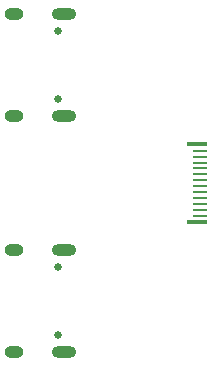
<source format=gbr>
%TF.GenerationSoftware,KiCad,Pcbnew,5.99.0-unknown-5f1e9bc8a7~129~ubuntu20.04.1*%
%TF.CreationDate,2021-06-14T18:11:25+08:00*%
%TF.ProjectId,M5Pi-TYPE-C,4d355069-2d54-4595-9045-2d432e6b6963,rev?*%
%TF.SameCoordinates,Original*%
%TF.FileFunction,Soldermask,Bot*%
%TF.FilePolarity,Negative*%
%FSLAX46Y46*%
G04 Gerber Fmt 4.6, Leading zero omitted, Abs format (unit mm)*
G04 Created by KiCad (PCBNEW 5.99.0-unknown-5f1e9bc8a7~129~ubuntu20.04.1) date 2021-06-14 18:11:25*
%MOMM*%
%LPD*%
G01*
G04 APERTURE LIST*
%ADD10C,0.650000*%
%ADD11O,1.600000X1.000000*%
%ADD12O,2.100000X1.000000*%
%ADD13R,1.200000X0.220000*%
%ADD14R,1.700000X0.400000*%
G04 APERTURE END LIST*
D10*
%TO.C,UART1*%
X143605000Y-99110000D03*
X143605000Y-104890000D03*
D11*
X139925000Y-97680000D03*
X139925000Y-106320000D03*
D12*
X144105000Y-106320000D03*
X144105000Y-97680000D03*
%TD*%
D10*
%TO.C,OTG1*%
X143605000Y-119110000D03*
X143605000Y-124890000D03*
D11*
X139925000Y-117680000D03*
X139925000Y-126320000D03*
D12*
X144105000Y-126320000D03*
X144105000Y-117680000D03*
%TD*%
D13*
%TO.C,M5Pi-USB1*%
X155600000Y-114750000D03*
X155600000Y-114250000D03*
X155600000Y-113750000D03*
X155600000Y-113250000D03*
X155600000Y-112750000D03*
X155600000Y-112250000D03*
X155600000Y-111750000D03*
X155600000Y-111250000D03*
X155600000Y-110750000D03*
X155600000Y-110250000D03*
X155600000Y-109750000D03*
X155600000Y-109250000D03*
D14*
X155350000Y-108675000D03*
X155350000Y-115325000D03*
%TD*%
M02*

</source>
